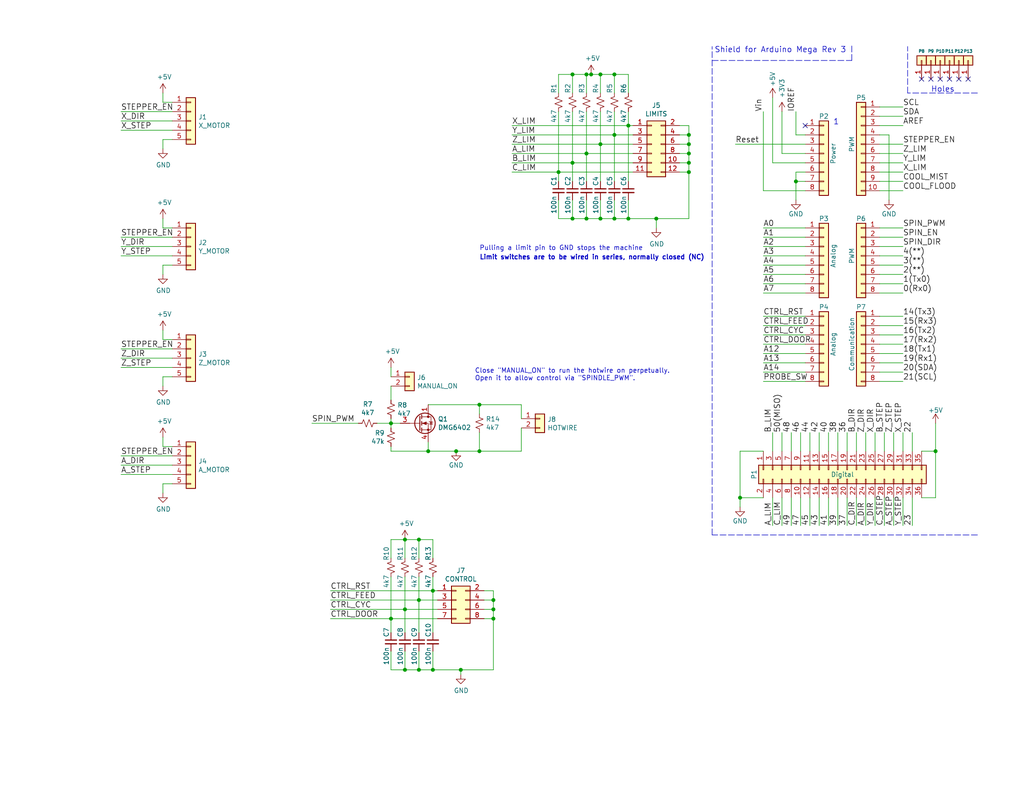
<source format=kicad_sch>
(kicad_sch (version 20211123) (generator eeschema)
  (paper "USLetter")
  (title_block (title "Hot Wire CNC Break Out") (date "2021-01-01") (rev "1") (company "HPVDT") (comment 1 "https://github.com/dguerizec/grbl-Mega-4axis") (comment 2 "Pin out is default for the following project") (comment 4 "Arduino Mega based CNC controller"))
  (lib_symbols
    (symbol "Connector_Generic:Conn_01x01" (pin_names (offset 1.016) hide)
      (property "Reference" "J" (at 0 2.54 0))
      (property "Value" "Conn_01x01" (at 0 -2.54 0))
      (symbol "Conn_01x01_1_1"
        (pin passive line (at -5.08 0 0) (length 3.81) (name "Pin_1") (number "1"))
      )
    )
    (symbol "Connector_Generic:Conn_01x02" (pin_names (offset 1.016) hide)
      (property "Reference" "J" (at 0 2.54 0))
      (property "Value" "Conn_01x02" (at 0 -5.08 0))
      (symbol "Conn_01x02_1_1"
        (pin passive line (at -5.08 0 0) (length 3.81) (name "Pin_1") (number "1"))
        (pin passive line (at -5.08 -2.54 0) (length 3.81) (name "Pin_2") (number "2"))
      )
    )
    (symbol "Connector_Generic:Conn_01x05" (pin_names (offset 1.016) hide)
      (property "Reference" "J" (at 0 7.62 0))
      (property "Value" "Conn_01x05" (at 0 -7.62 0))
      (symbol "Conn_01x05_1_1"
        (pin passive line (at -5.08 5.08 0) (length 3.81) (name "Pin_1") (number "1"))
        (pin passive line (at -5.08 2.54 0) (length 3.81) (name "Pin_2") (number "2"))
        (pin passive line (at -5.08 0 0) (length 3.81) (name "Pin_3") (number "3"))
        (pin passive line (at -5.08 -2.54 0) (length 3.81) (name "Pin_4") (number "4"))
        (pin passive line (at -5.08 -5.08 0) (length 3.81) (name "Pin_5") (number "5"))
      )
    )
    (symbol "Connector_Generic:Conn_01x08" (pin_names (offset 1.016) hide)
      (property "Reference" "J" (at 0 10.16 0))
      (property "Value" "Conn_01x08" (at 0 -12.7 0))
      (symbol "Conn_01x08_1_1"
        (pin passive line (at -5.08 7.62 0) (length 3.81) (name "Pin_1") (number "1"))
        (pin passive line (at -5.08 5.08 0) (length 3.81) (name "Pin_2") (number "2"))
        (pin passive line (at -5.08 2.54 0) (length 3.81) (name "Pin_3") (number "3"))
        (pin passive line (at -5.08 0 0) (length 3.81) (name "Pin_4") (number "4"))
        (pin passive line (at -5.08 -2.54 0) (length 3.81) (name "Pin_5") (number "5"))
        (pin passive line (at -5.08 -5.08 0) (length 3.81) (name "Pin_6") (number "6"))
        (pin passive line (at -5.08 -7.62 0) (length 3.81) (name "Pin_7") (number "7"))
        (pin passive line (at -5.08 -10.16 0) (length 3.81) (name "Pin_8") (number "8"))
      )
    )
    (symbol "Connector_Generic:Conn_01x10" (pin_names (offset 1.016) hide)
      (property "Reference" "J" (at 0 12.7 0))
      (property "Value" "Conn_01x10" (at 0 -15.24 0))
      (symbol "Conn_01x10_1_1"
        (pin passive line (at -5.08 10.16 0) (length 3.81) (name "Pin_1") (number "1"))
        (pin passive line (at -5.08 -12.7 0) (length 3.81) (name "Pin_10") (number "10"))
        (pin passive line (at -5.08 7.62 0) (length 3.81) (name "Pin_2") (number "2"))
        (pin passive line (at -5.08 5.08 0) (length 3.81) (name "Pin_3") (number "3"))
        (pin passive line (at -5.08 2.54 0) (length 3.81) (name "Pin_4") (number "4"))
        (pin passive line (at -5.08 0 0) (length 3.81) (name "Pin_5") (number "5"))
        (pin passive line (at -5.08 -2.54 0) (length 3.81) (name "Pin_6") (number "6"))
        (pin passive line (at -5.08 -5.08 0) (length 3.81) (name "Pin_7") (number "7"))
        (pin passive line (at -5.08 -7.62 0) (length 3.81) (name "Pin_8") (number "8"))
        (pin passive line (at -5.08 -10.16 0) (length 3.81) (name "Pin_9") (number "9"))
      )
    )
    (symbol "Connector_Generic:Conn_02x04_Odd_Even" (pin_names (offset 1.016) hide)
      (property "Reference" "J" (at 1.27 5.08 0))
      (property "Value" "Conn_02x04_Odd_Even" (at 1.27 -7.62 0))
      (symbol "Conn_02x04_Odd_Even_1_1"
        (pin passive line (at -5.08 2.54 0) (length 3.81) (name "Pin_1") (number "1"))
        (pin passive line (at 7.62 2.54 180) (length 3.81) (name "Pin_2") (number "2"))
        (pin passive line (at -5.08 0 0) (length 3.81) (name "Pin_3") (number "3"))
        (pin passive line (at 7.62 0 180) (length 3.81) (name "Pin_4") (number "4"))
        (pin passive line (at -5.08 -2.54 0) (length 3.81) (name "Pin_5") (number "5"))
        (pin passive line (at 7.62 -2.54 180) (length 3.81) (name "Pin_6") (number "6"))
        (pin passive line (at -5.08 -5.08 0) (length 3.81) (name "Pin_7") (number "7"))
        (pin passive line (at 7.62 -5.08 180) (length 3.81) (name "Pin_8") (number "8"))
      )
    )
    (symbol "Connector_Generic:Conn_02x06_Odd_Even" (pin_names (offset 1.016) hide)
      (property "Reference" "J" (at 1.27 7.62 0))
      (property "Value" "Conn_02x06_Odd_Even" (at 1.27 -10.16 0))
      (symbol "Conn_02x06_Odd_Even_1_1"
        (pin passive line (at -5.08 5.08 0) (length 3.81) (name "Pin_1") (number "1"))
        (pin passive line (at 7.62 -5.08 180) (length 3.81) (name "Pin_10") (number "10"))
        (pin passive line (at -5.08 -7.62 0) (length 3.81) (name "Pin_11") (number "11"))
        (pin passive line (at 7.62 -7.62 180) (length 3.81) (name "Pin_12") (number "12"))
        (pin passive line (at 7.62 5.08 180) (length 3.81) (name "Pin_2") (number "2"))
        (pin passive line (at -5.08 2.54 0) (length 3.81) (name "Pin_3") (number "3"))
        (pin passive line (at 7.62 2.54 180) (length 3.81) (name "Pin_4") (number "4"))
        (pin passive line (at -5.08 0 0) (length 3.81) (name "Pin_5") (number "5"))
        (pin passive line (at 7.62 0 180) (length 3.81) (name "Pin_6") (number "6"))
        (pin passive line (at -5.08 -2.54 0) (length 3.81) (name "Pin_7") (number "7"))
        (pin passive line (at 7.62 -2.54 180) (length 3.81) (name "Pin_8") (number "8"))
        (pin passive line (at -5.08 -5.08 0) (length 3.81) (name "Pin_9") (number "9"))
      )
    )
    (symbol "Connector_Generic:Conn_02x18_Odd_Even" (pin_names (offset 1.016) hide)
      (property "Reference" "J" (at 1.27 22.86 0))
      (property "Value" "Conn_02x18_Odd_Even" (at 1.27 -25.4 0))
      (symbol "Conn_02x18_Odd_Even_1_1"
        (pin passive line (at -5.08 20.32 0) (length 3.81) (name "Pin_1") (number "1"))
        (pin passive line (at 7.62 10.16 180) (length 3.81) (name "Pin_10") (number "10"))
        (pin passive line (at -5.08 7.62 0) (length 3.81) (name "Pin_11") (number "11"))
        (pin passive line (at 7.62 7.62 180) (length 3.81) (name "Pin_12") (number "12"))
        (pin passive line (at -5.08 5.08 0) (length 3.81) (name "Pin_13") (number "13"))
        (pin passive line (at 7.62 5.08 180) (length 3.81) (name "Pin_14") (number "14"))
        (pin passive line (at -5.08 2.54 0) (length 3.81) (name "Pin_15") (number "15"))
        (pin passive line (at 7.62 2.54 180) (length 3.81) (name "Pin_16") (number "16"))
        (pin passive line (at -5.08 0 0) (length 3.81) (name "Pin_17") (number "17"))
        (pin passive line (at 7.62 0 180) (length 3.81) (name "Pin_18") (number "18"))
        (pin passive line (at -5.08 -2.54 0) (length 3.81) (name "Pin_19") (number "19"))
        (pin passive line (at 7.62 20.32 180) (length 3.81) (name "Pin_2") (number "2"))
        (pin passive line (at 7.62 -2.54 180) (length 3.81) (name "Pin_20") (number "20"))
        (pin passive line (at -5.08 -5.08 0) (length 3.81) (name "Pin_21") (number "21"))
        (pin passive line (at 7.62 -5.08 180) (length 3.81) (name "Pin_22") (number "22"))
        (pin passive line (at -5.08 -7.62 0) (length 3.81) (name "Pin_23") (number "23"))
        (pin passive line (at 7.62 -7.62 180) (length 3.81) (name "Pin_24") (number "24"))
        (pin passive line (at -5.08 -10.16 0) (length 3.81) (name "Pin_25") (number "25"))
        (pin passive line (at 7.62 -10.16 180) (length 3.81) (name "Pin_26") (number "26"))
        (pin passive line (at -5.08 -12.7 0) (length 3.81) (name "Pin_27") (number "27"))
        (pin passive line (at 7.62 -12.7 180) (length 3.81) (name "Pin_28") (number "28"))
        (pin passive line (at -5.08 -15.24 0) (length 3.81) (name "Pin_29") (number "29"))
        (pin passive line (at -5.08 17.78 0) (length 3.81) (name "Pin_3") (number "3"))
        (pin passive line (at 7.62 -15.24 180) (length 3.81) (name "Pin_30") (number "30"))
        (pin passive line (at -5.08 -17.78 0) (length 3.81) (name "Pin_31") (number "31"))
        (pin passive line (at 7.62 -17.78 180) (length 3.81) (name "Pin_32") (number "32"))
        (pin passive line (at -5.08 -20.32 0) (length 3.81) (name "Pin_33") (number "33"))
        (pin passive line (at 7.62 -20.32 180) (length 3.81) (name "Pin_34") (number "34"))
        (pin passive line (at -5.08 -22.86 0) (length 3.81) (name "Pin_35") (number "35"))
        (pin passive line (at 7.62 -22.86 180) (length 3.81) (name "Pin_36") (number "36"))
        (pin passive line (at 7.62 17.78 180) (length 3.81) (name "Pin_4") (number "4"))
        (pin passive line (at -5.08 15.24 0) (length 3.81) (name "Pin_5") (number "5"))
        (pin passive line (at 7.62 15.24 180) (length 3.81) (name "Pin_6") (number "6"))
        (pin passive line (at -5.08 12.7 0) (length 3.81) (name "Pin_7") (number "7"))
        (pin passive line (at 7.62 12.7 180) (length 3.81) (name "Pin_8") (number "8"))
        (pin passive line (at -5.08 10.16 0) (length 3.81) (name "Pin_9") (number "9"))
      )
    )
    (symbol "Device:C_Small" (pin_numbers hide) (pin_names (offset 0.254) hide)
      (property "Reference" "C" (at 0.254 1.778 0))
      (property "Value" "C_Small" (at 0.254 -2.032 0))
      (symbol "C_Small_1_1"
        (pin passive line (at 0 2.54 270) (length 2.032) (name "~") (number "1"))
        (pin passive line (at 0 -2.54 90) (length 2.032) (name "~") (number "2"))
      )
    )
    (symbol "Device:R_Small_US" (pin_numbers hide) (pin_names (offset 0.254) hide)
      (property "Reference" "R" (at 0.762 0.508 0))
      (property "Value" "R_Small_US" (at 0.762 -1.016 0))
      (symbol "R_Small_US_1_1"
        (pin passive line (at 0 2.54 270) (length 1.016) (name "~") (number "1"))
        (pin passive line (at 0 -2.54 90) (length 1.016) (name "~") (number "2"))
      )
    )
    (symbol "hotwire:DMG6402" (pin_names (offset 0) hide)
      (property "Reference" "Q" (at 5.08 1.27 0))
      (property "Value" "DMG6402" (at 5.08 -1.27 0))
      (symbol "DMG6402_1_1"
        (pin passive line (at 2.54 5.08 270) (length 2.54) (name "D") (number "1"))
        (pin passive line (at 2.54 5.08 270) (length 2.54) hide (name "D") (number "2"))
        (pin input line (at -5.08 0 0) (length 2.54) (name "G") (number "3"))
        (pin passive line (at 2.54 -5.08 90) (length 2.54) (name "S") (number "4"))
        (pin passive line (at 2.54 5.08 270) (length 2.54) hide (name "D") (number "5"))
        (pin passive line (at 2.54 5.08 270) (length 2.54) hide (name "D") (number "6"))
      )
    )
    (symbol "power:+3V3" (power) (pin_names (offset 0))
      (property "Value" "+3V3" (at 0 3.556 0))
      (symbol "+3V3_1_1"
        (pin power_in line (at 0 0 90) (length 0) hide (name "+3V3") (number "1"))
      )
    )
    (symbol "power:+5V" (power) (pin_names (offset 0))
      (property "Value" "+5V" (at 0 3.556 0))
      (symbol "+5V_1_1"
        (pin power_in line (at 0 0 90) (length 0) hide (name "+5V") (number "1"))
      )
    )
    (symbol "power:GND" (power) (pin_names (offset 0))
      (property "Value" "GND" (at 0 -3.81 0))
      (symbol "GND_1_1"
        (pin power_in line (at 0 0 270) (length 0) hide (name "GND") (number "1"))
      )
    )
  )
  (junction (at 163.83 20.32))
  (junction (at 255.27 123.19))
  (junction (at 167.64 36.83))
  (junction (at 163.83 39.37))
  (junction (at 134.62 168.91))
  (junction (at 110.49 182.88))
  (junction (at 160.02 41.91))
  (junction (at 130.81 110.49))
  (junction (at 171.45 59.69))
  (junction (at 187.96 39.37))
  (junction (at 124.46 123.19))
  (junction (at 161.29 20.32))
  (junction (at 187.96 41.91))
  (junction (at 114.3 163.83))
  (junction (at 125.73 182.88))
  (junction (at 114.3 182.88))
  (junction (at 152.4 46.99))
  (junction (at 110.49 147.32))
  (junction (at 187.96 36.83))
  (junction (at 110.49 166.37))
  (junction (at 134.62 163.83))
  (junction (at 114.3 147.32))
  (junction (at 217.17 49.53))
  (junction (at 179.07 59.69))
  (junction (at 187.96 46.99))
  (junction (at 134.62 166.37))
  (junction (at 118.11 182.88))
  (junction (at 160.02 59.69))
  (junction (at 167.64 59.69))
  (junction (at 160.02 20.32))
  (junction (at 201.93 135.89))
  (junction (at 130.81 123.19))
  (junction (at 106.68 115.57))
  (junction (at 187.96 44.45))
  (junction (at 156.21 59.69))
  (junction (at 171.45 34.29))
  (junction (at 116.84 123.19))
  (junction (at 156.21 20.32))
  (junction (at 167.64 20.32))
  (junction (at 106.68 168.91))
  (junction (at 118.11 161.29))
  (junction (at 163.83 59.69))
  (junction (at 156.21 44.45))
  (no_connect (at 264.16 21.59))
  (no_connect (at 256.54 21.59))
  (no_connect (at 254 21.59))
  (no_connect (at 219.71 34.29))
  (no_connect (at 251.46 21.59))
  (no_connect (at 261.62 21.59))
  (no_connect (at 259.08 21.59))
  (wire (pts (xy 208.28 104.14) (xy 219.71 104.14)))
  (wire (pts (xy 187.96 36.83) (xy 185.42 36.83)))
  (wire (pts (xy 134.62 163.83) (xy 134.62 166.37)))
  (wire (pts (xy 213.36 41.91) (xy 219.71 41.91)))
  (wire (pts (xy 33.02 64.77) (xy 46.99 64.77)))
  (polyline (pts (xy 232.41 16.51) (xy 232.41 12.065)))
  (wire (pts (xy 106.68 116.84) (xy 106.68 115.57)))
  (wire (pts (xy 238.76 123.19) (xy 238.76 118.11)))
  (wire (pts (xy 246.38 67.31) (xy 240.03 67.31)))
  (wire (pts (xy 167.64 49.53) (xy 167.64 36.83)))
  (wire (pts (xy 223.52 135.89) (xy 223.52 143.51)))
  (wire (pts (xy 134.62 168.91) (xy 134.62 182.88)))
  (wire (pts (xy 106.68 100.33) (xy 106.68 102.87)))
  (wire (pts (xy 213.36 123.19) (xy 213.36 118.11)))
  (wire (pts (xy 139.7 34.29) (xy 171.45 34.29)))
  (wire (pts (xy 255.27 123.19) (xy 251.46 123.19)))
  (wire (pts (xy 236.22 135.89) (xy 236.22 143.51)))
  (wire (pts (xy 44.45 92.71) (xy 46.99 92.71)))
  (wire (pts (xy 134.62 166.37) (xy 134.62 168.91)))
  (wire (pts (xy 114.3 163.83) (xy 119.38 163.83)))
  (wire (pts (xy 110.49 166.37) (xy 119.38 166.37)))
  (wire (pts (xy 185.42 39.37) (xy 187.96 39.37)))
  (wire (pts (xy 219.71 36.83) (xy 217.17 36.83)))
  (wire (pts (xy 163.83 54.61) (xy 163.83 59.69)))
  (wire (pts (xy 215.9 123.19) (xy 215.9 118.11)))
  (wire (pts (xy 44.45 132.08) (xy 44.45 134.62)))
  (wire (pts (xy 238.76 135.89) (xy 238.76 143.51)))
  (wire (pts (xy 33.02 67.31) (xy 46.99 67.31)))
  (wire (pts (xy 255.27 115.57) (xy 255.27 123.19)))
  (wire (pts (xy 213.36 135.89) (xy 213.36 143.51)))
  (wire (pts (xy 156.21 20.32) (xy 160.02 20.32)))
  (wire (pts (xy 187.96 41.91) (xy 187.96 44.45)))
  (wire (pts (xy 171.45 59.69) (xy 171.45 54.61)))
  (wire (pts (xy 219.71 62.23) (xy 208.28 62.23)))
  (wire (pts (xy 118.11 157.48) (xy 118.11 161.29)))
  (wire (pts (xy 246.38 31.75) (xy 240.03 31.75)))
  (wire (pts (xy 46.99 38.1) (xy 44.45 38.1)))
  (wire (pts (xy 106.68 177.8) (xy 106.68 182.88)))
  (wire (pts (xy 246.38 49.53) (xy 240.03 49.53)))
  (wire (pts (xy 90.17 168.91) (xy 106.68 168.91)))
  (wire (pts (xy 142.24 116.84) (xy 142.24 123.19)))
  (wire (pts (xy 246.38 123.19) (xy 246.38 118.11)))
  (wire (pts (xy 200.66 39.37) (xy 219.71 39.37)))
  (wire (pts (xy 240.03 69.85) (xy 246.38 69.85)))
  (wire (pts (xy 163.83 59.69) (xy 167.64 59.69)))
  (wire (pts (xy 167.64 20.32) (xy 171.45 20.32)))
  (wire (pts (xy 240.03 46.99) (xy 246.38 46.99)))
  (wire (pts (xy 44.45 25.4) (xy 44.45 27.94)))
  (wire (pts (xy 240.03 88.9) (xy 246.38 88.9)))
  (wire (pts (xy 217.17 36.83) (xy 217.17 30.48)))
  (wire (pts (xy 233.68 135.89) (xy 233.68 143.51)))
  (wire (pts (xy 106.68 182.88) (xy 110.49 182.88)))
  (wire (pts (xy 118.11 147.32) (xy 118.11 152.4)))
  (wire (pts (xy 44.45 102.87) (xy 44.45 105.41)))
  (wire (pts (xy 110.49 147.32) (xy 114.3 147.32)))
  (wire (pts (xy 161.29 20.32) (xy 163.83 20.32)))
  (wire (pts (xy 208.28 99.06) (xy 219.71 99.06)))
  (wire (pts (xy 90.17 166.37) (xy 110.49 166.37)))
  (wire (pts (xy 187.96 36.83) (xy 187.96 39.37)))
  (wire (pts (xy 44.45 62.23) (xy 46.99 62.23)))
  (wire (pts (xy 160.02 59.69) (xy 163.83 59.69)))
  (wire (pts (xy 125.73 182.88) (xy 134.62 182.88)))
  (wire (pts (xy 106.68 157.48) (xy 106.68 168.91)))
  (wire (pts (xy 246.38 41.91) (xy 240.03 41.91)))
  (wire (pts (xy 255.27 135.89) (xy 251.46 135.89)))
  (wire (pts (xy 171.45 30.48) (xy 171.45 34.29)))
  (wire (pts (xy 171.45 49.53) (xy 171.45 34.29)))
  (wire (pts (xy 160.02 41.91) (xy 172.72 41.91)))
  (polyline (pts (xy 247.65 25.4) (xy 247.65 12.7)))
  (wire (pts (xy 218.44 135.89) (xy 218.44 143.51)))
  (wire (pts (xy 124.46 123.19) (xy 116.84 123.19)))
  (wire (pts (xy 255.27 123.19) (xy 255.27 135.89)))
  (wire (pts (xy 130.81 118.11) (xy 130.81 123.19)))
  (wire (pts (xy 179.07 59.69) (xy 179.07 62.23)))
  (wire (pts (xy 240.03 64.77) (xy 246.38 64.77)))
  (wire (pts (xy 171.45 59.69) (xy 179.07 59.69)))
  (wire (pts (xy 246.38 72.39) (xy 240.03 72.39)))
  (wire (pts (xy 240.03 52.07) (xy 246.38 52.07)))
  (wire (pts (xy 33.02 129.54) (xy 46.99 129.54)))
  (wire (pts (xy 167.64 59.69) (xy 171.45 59.69)))
  (wire (pts (xy 208.28 64.77) (xy 219.71 64.77)))
  (wire (pts (xy 210.82 44.45) (xy 219.71 44.45)))
  (wire (pts (xy 106.68 123.19) (xy 116.84 123.19)))
  (wire (pts (xy 242.57 54.61) (xy 242.57 36.83)))
  (wire (pts (xy 219.71 72.39) (xy 208.28 72.39)))
  (wire (pts (xy 114.3 172.72) (xy 114.3 163.83)))
  (wire (pts (xy 219.71 77.47) (xy 208.28 77.47)))
  (wire (pts (xy 160.02 20.32) (xy 160.02 25.4)))
  (wire (pts (xy 156.21 59.69) (xy 160.02 59.69)))
  (wire (pts (xy 125.73 182.88) (xy 125.73 184.15)))
  (wire (pts (xy 217.17 49.53) (xy 217.17 54.61)))
  (wire (pts (xy 218.44 123.19) (xy 218.44 118.11)))
  (wire (pts (xy 118.11 182.88) (xy 118.11 177.8)))
  (wire (pts (xy 240.03 99.06) (xy 246.38 99.06)))
  (wire (pts (xy 33.02 30.48) (xy 46.99 30.48)))
  (wire (pts (xy 46.99 132.08) (xy 44.45 132.08)))
  (wire (pts (xy 118.11 161.29) (xy 119.38 161.29)))
  (wire (pts (xy 44.45 90.17) (xy 44.45 92.71)))
  (wire (pts (xy 240.03 39.37) (xy 246.38 39.37)))
  (wire (pts (xy 44.45 72.39) (xy 44.45 74.93)))
  (wire (pts (xy 246.38 62.23) (xy 240.03 62.23)))
  (wire (pts (xy 220.98 135.89) (xy 220.98 143.51)))
  (wire (pts (xy 248.92 123.19) (xy 248.92 118.11)))
  (wire (pts (xy 106.68 147.32) (xy 106.68 152.4)))
  (wire (pts (xy 228.6 123.19) (xy 228.6 118.11)))
  (wire (pts (xy 187.96 46.99) (xy 185.42 46.99)))
  (wire (pts (xy 240.03 34.29) (xy 246.38 34.29)))
  (wire (pts (xy 85.09 115.57) (xy 97.79 115.57)))
  (wire (pts (xy 185.42 44.45) (xy 187.96 44.45)))
  (wire (pts (xy 171.45 20.32) (xy 171.45 25.4)))
  (wire (pts (xy 210.82 135.89) (xy 210.82 143.51)))
  (wire (pts (xy 110.49 182.88) (xy 114.3 182.88)))
  (wire (pts (xy 240.03 93.98) (xy 246.38 93.98)))
  (wire (pts (xy 106.68 121.92) (xy 106.68 123.19)))
  (wire (pts (xy 160.02 30.48) (xy 160.02 41.91)))
  (wire (pts (xy 134.62 163.83) (xy 132.08 163.83)))
  (wire (pts (xy 217.17 46.99) (xy 217.17 49.53)))
  (wire (pts (xy 167.64 25.4) (xy 167.64 20.32)))
  (polyline (pts (xy 266.7 146.05) (xy 194.31 146.05)))
  (wire (pts (xy 114.3 157.48) (xy 114.3 163.83)))
  (wire (pts (xy 142.24 123.19) (xy 130.81 123.19)))
  (wire (pts (xy 152.4 54.61) (xy 152.4 59.69)))
  (wire (pts (xy 33.02 127) (xy 46.99 127)))
  (wire (pts (xy 246.38 96.52) (xy 240.03 96.52)))
  (wire (pts (xy 210.82 26.67) (xy 210.82 44.45)))
  (wire (pts (xy 167.64 54.61) (xy 167.64 59.69)))
  (wire (pts (xy 243.84 135.89) (xy 243.84 143.51)))
  (wire (pts (xy 44.45 38.1) (xy 44.45 40.64)))
  (wire (pts (xy 130.81 123.19) (xy 124.46 123.19)))
  (wire (pts (xy 90.17 161.29) (xy 118.11 161.29)))
  (wire (pts (xy 160.02 54.61) (xy 160.02 59.69)))
  (wire (pts (xy 219.71 96.52) (xy 208.28 96.52)))
  (wire (pts (xy 152.4 20.32) (xy 156.21 20.32)))
  (wire (pts (xy 102.87 115.57) (xy 106.68 115.57)))
  (wire (pts (xy 106.68 168.91) (xy 119.38 168.91)))
  (wire (pts (xy 219.71 52.07) (xy 208.28 52.07)))
  (wire (pts (xy 114.3 147.32) (xy 118.11 147.32)))
  (wire (pts (xy 110.49 172.72) (xy 110.49 166.37)))
  (wire (pts (xy 246.38 77.47) (xy 240.03 77.47)))
  (wire (pts (xy 110.49 177.8) (xy 110.49 182.88)))
  (wire (pts (xy 213.36 30.48) (xy 213.36 41.91)))
  (wire (pts (xy 231.14 135.89) (xy 231.14 143.51)))
  (wire (pts (xy 90.17 163.83) (xy 114.3 163.83)))
  (wire (pts (xy 33.02 35.56) (xy 46.99 35.56)))
  (wire (pts (xy 179.07 59.69) (xy 187.96 59.69)))
  (wire (pts (xy 187.96 41.91) (xy 185.42 41.91)))
  (wire (pts (xy 130.81 113.03) (xy 130.81 110.49)))
  (wire (pts (xy 187.96 44.45) (xy 187.96 46.99)))
  (wire (pts (xy 219.71 101.6) (xy 208.28 101.6)))
  (wire (pts (xy 208.28 74.93) (xy 219.71 74.93)))
  (wire (pts (xy 46.99 72.39) (xy 44.45 72.39)))
  (wire (pts (xy 152.4 30.48) (xy 152.4 46.99)))
  (polyline (pts (xy 194.31 16.51) (xy 232.41 16.51)))
  (wire (pts (xy 44.45 119.38) (xy 44.45 121.92)))
  (wire (pts (xy 106.68 115.57) (xy 106.68 114.3)))
  (wire (pts (xy 233.68 123.19) (xy 233.68 118.11)))
  (wire (pts (xy 110.49 152.4) (xy 110.49 147.32)))
  (wire (pts (xy 152.4 46.99) (xy 172.72 46.99)))
  (wire (pts (xy 152.4 59.69) (xy 156.21 59.69)))
  (wire (pts (xy 210.82 123.19) (xy 210.82 118.11)))
  (wire (pts (xy 185.42 34.29) (xy 187.96 34.29)))
  (wire (pts (xy 240.03 74.93) (xy 246.38 74.93)))
  (wire (pts (xy 156.21 54.61) (xy 156.21 59.69)))
  (wire (pts (xy 44.45 121.92) (xy 46.99 121.92)))
  (wire (pts (xy 33.02 100.33) (xy 46.99 100.33)))
  (polyline (pts (xy 194.31 146.05) (xy 194.31 12.7)))
  (wire (pts (xy 116.84 110.49) (xy 130.81 110.49)))
  (wire (pts (xy 243.84 123.19) (xy 243.84 118.11)))
  (wire (pts (xy 219.71 67.31) (xy 208.28 67.31)))
  (wire (pts (xy 240.03 29.21) (xy 246.38 29.21)))
  (wire (pts (xy 220.98 123.19) (xy 220.98 118.11)))
  (wire (pts (xy 114.3 182.88) (xy 118.11 182.88)))
  (wire (pts (xy 134.62 161.29) (xy 134.62 163.83)))
  (wire (pts (xy 208.28 52.07) (xy 208.28 30.48)))
  (wire (pts (xy 241.3 123.19) (xy 241.3 118.11)))
  (wire (pts (xy 139.7 46.99) (xy 152.4 46.99)))
  (wire (pts (xy 106.68 115.57) (xy 109.22 115.57)))
  (wire (pts (xy 160.02 49.53) (xy 160.02 41.91)))
  (wire (pts (xy 33.02 69.85) (xy 46.99 69.85)))
  (wire (pts (xy 163.83 39.37) (xy 172.72 39.37)))
  (wire (pts (xy 106.68 105.41) (xy 106.68 109.22)))
  (wire (pts (xy 240.03 80.01) (xy 246.38 80.01)))
  (wire (pts (xy 208.28 123.19) (xy 201.93 123.19)))
  (wire (pts (xy 163.83 30.48) (xy 163.83 39.37)))
  (wire (pts (xy 201.93 123.19) (xy 201.93 135.89)))
  (wire (pts (xy 231.14 123.19) (xy 231.14 118.11)))
  (wire (pts (xy 240.03 104.14) (xy 246.38 104.14)))
  (wire (pts (xy 106.68 172.72) (xy 106.68 168.91)))
  (wire (pts (xy 110.49 157.48) (xy 110.49 166.37)))
  (wire (pts (xy 33.02 33.02) (xy 46.99 33.02)))
  (wire (pts (xy 118.11 182.88) (xy 125.73 182.88)))
  (wire (pts (xy 208.28 135.89) (xy 201.93 135.89)))
  (wire (pts (xy 139.7 36.83) (xy 167.64 36.83)))
  (wire (pts (xy 240.03 44.45) (xy 246.38 44.45)))
  (wire (pts (xy 219.71 91.44) (xy 208.28 91.44)))
  (wire (pts (xy 219.71 46.99) (xy 217.17 46.99)))
  (wire (pts (xy 208.28 93.98) (xy 219.71 93.98)))
  (wire (pts (xy 156.21 44.45) (xy 172.72 44.45)))
  (wire (pts (xy 33.02 124.46) (xy 46.99 124.46)))
  (wire (pts (xy 160.02 20.32) (xy 161.29 20.32)))
  (wire (pts (xy 163.83 49.53) (xy 163.83 39.37)))
  (wire (pts (xy 134.62 168.91) (xy 132.08 168.91)))
  (wire (pts (xy 187.96 59.69) (xy 187.96 46.99)))
  (wire (pts (xy 163.83 20.32) (xy 167.64 20.32)))
  (wire (pts (xy 201.93 135.89) (xy 201.93 138.43)))
  (polyline (pts (xy 266.7 25.4) (xy 247.65 25.4)))
  (wire (pts (xy 163.83 25.4) (xy 163.83 20.32)))
  (wire (pts (xy 242.57 36.83) (xy 240.03 36.83)))
  (wire (pts (xy 118.11 172.72) (xy 118.11 161.29)))
  (wire (pts (xy 167.64 30.48) (xy 167.64 36.83)))
  (wire (pts (xy 156.21 49.53) (xy 156.21 44.45)))
  (wire (pts (xy 44.45 59.69) (xy 44.45 62.23)))
  (wire (pts (xy 246.38 86.36) (xy 240.03 86.36)))
  (wire (pts (xy 152.4 49.53) (xy 152.4 46.99)))
  (wire (pts (xy 208.28 80.01) (xy 219.71 80.01)))
  (wire (pts (xy 139.7 44.45) (xy 156.21 44.45)))
  (wire (pts (xy 167.64 36.83) (xy 172.72 36.83)))
  (wire (pts (xy 152.4 20.32) (xy 152.4 25.4)))
  (wire (pts (xy 130.81 110.49) (xy 142.24 110.49)))
  (wire (pts (xy 142.24 110.49) (xy 142.24 114.3)))
  (wire (pts (xy 33.02 97.79) (xy 46.99 97.79)))
  (wire (pts (xy 132.08 166.37) (xy 134.62 166.37)))
  (wire (pts (xy 236.22 123.19) (xy 236.22 118.11)))
  (wire (pts (xy 106.68 147.32) (xy 110.49 147.32)))
  (wire (pts (xy 156.21 44.45) (xy 156.21 30.48)))
  (wire (pts (xy 208.28 69.85) (xy 219.71 69.85)))
  (wire (pts (xy 226.06 123.19) (xy 226.06 118.11)))
  (wire (pts (xy 248.92 135.89) (xy 248.92 143.51)))
  (wire (pts (xy 171.45 34.29) (xy 172.72 34.29)))
  (wire (pts (xy 246.38 135.89) (xy 246.38 143.51)))
  (wire (pts (xy 215.9 135.89) (xy 215.9 143.51)))
  (wire (pts (xy 246.38 101.6) (xy 240.03 101.6)))
  (wire (pts (xy 241.3 135.89) (xy 241.3 143.51)))
  (wire (pts (xy 139.7 39.37) (xy 163.83 39.37)))
  (wire (pts (xy 246.38 91.44) (xy 240.03 91.44)))
  (wire (pts (xy 187.96 34.29) (xy 187.96 36.83)))
  (wire (pts (xy 219.71 49.53) (xy 217.17 49.53)))
  (wire (pts (xy 219.71 86.36) (xy 208.28 86.36)))
  (wire (pts (xy 228.6 135.89) (xy 228.6 143.51)))
  (wire (pts (xy 33.02 95.25) (xy 46.99 95.25)))
  (wire (pts (xy 116.84 123.19) (xy 116.84 120.65)))
  (wire (pts (xy 46.99 102.87) (xy 44.45 102.87)))
  (wire (pts (xy 208.28 88.9) (xy 219.71 88.9)))
  (wire (pts (xy 114.3 152.4) (xy 114.3 147.32)))
  (wire (pts (xy 226.06 135.89) (xy 226.06 143.51)))
  (wire (pts (xy 139.7 41.91) (xy 160.02 41.91)))
  (wire (pts (xy 44.45 27.94) (xy 46.99 27.94)))
  (wire (pts (xy 223.52 123.19) (xy 223.52 118.11)))
  (wire (pts (xy 114.3 177.8) (xy 114.3 182.88)))
  (wire (pts (xy 156.21 25.4) (xy 156.21 20.32)))
  (wire (pts (xy 187.96 39.37) (xy 187.96 41.91)))
  (wire (pts (xy 132.08 161.29) (xy 134.62 161.29)))
  (text "Pulling a limit pin to GND stops the machine" (at 130.81 68.58 0) (effects (font (size 1.27 1.27)) (justify left bottom)))
  (text "Limit switches are to be wired in series, normally closed (NC)" (at 130.81 71.12 0) (effects (font (size 1.27 1.27) (thickness 0.254) bold) (justify left bottom)))
  (text "1" (at 227.33 34.29 0) (effects (font (size 1.524 1.524)) (justify left bottom)))
  (text "Holes" (at 254 25.4 0) (effects (font (size 1.524 1.524)) (justify left bottom)))
  (text "Shield for Arduino Mega Rev 3" (at 194.945 14.605 0) (effects (font (size 1.524 1.524)) (justify left bottom)))
  (text "Close \"MANUAL_ON\" to run the hotwire on perpetually.\nOpen it to allow control via \"SPINDLE_PWM\"." (at 129.54 104.14 0) (effects (font (size 1.27 1.27)) (justify left bottom)))
  (label "14(Tx3)" (at 246.38 86.36 0) (effects (font (size 1.524 1.524))))
  (label "42" (at 223.52 118.11 90) (effects (font (size 1.524 1.524))))
  (label "C_LIM" (at 213.36 143.51 90) (effects (font (size 1.524 1.524))))
  (label "COOL_FLOOD" (at 246.38 52.07 0) (effects (font (size 1.524 1.524))))
  (label "46" (at 218.44 118.11 90) (effects (font (size 1.524 1.524))))
  (label "A2" (at 208.28 67.31 0) (effects (font (size 1.524 1.524))))
  (label "B_LIM" (at 210.82 118.11 90) (effects (font (size 1.524 1.524))))
  (label "1(Tx0)" (at 246.38 77.47 0) (effects (font (size 1.524 1.524))))
  (label "17(Rx2)" (at 246.38 93.98 0) (effects (font (size 1.524 1.524))))
  (label "A0" (at 208.28 62.23 0) (effects (font (size 1.524 1.524))))
  (label "PROBE_SW" (at 208.28 104.14 0) (effects (font (size 1.524 1.524))))
  (label "44" (at 220.98 118.11 90) (effects (font (size 1.524 1.524))))
  (label "CTRL_RST" (at 90.17 161.29 0) (effects (font (size 1.524 1.524))))
  (label "A14" (at 208.28 101.6 0) (effects (font (size 1.524 1.524))))
  (label "STEPPER_EN" (at 33.02 95.25 0) (effects (font (size 1.524 1.524))))
  (label "A_LIM" (at 139.7 41.91 0) (effects (font (size 1.524 1.524))))
  (label "48" (at 215.9 118.11 90) (effects (font (size 1.524 1.524))))
  (label "B_LIM" (at 139.7 44.45 0) (effects (font (size 1.524 1.524))))
  (label "A4" (at 208.28 72.39 0) (effects (font (size 1.524 1.524))))
  (label "B_STEP" (at 241.3 118.11 90) (effects (font (size 1.524 1.524))))
  (label "IOREF" (at 217.17 30.48 90) (effects (font (size 1.524 1.524))))
  (label "A6" (at 208.28 77.47 0) (effects (font (size 1.524 1.524))))
  (label "A_LIM" (at 210.82 143.51 90) (effects (font (size 1.524 1.524))))
  (label "15(Rx3)" (at 246.38 88.9 0) (effects (font (size 1.524 1.524))))
  (label "49" (at 215.9 143.51 90) (effects (font (size 1.524 1.524))))
  (label "STEPPER_EN" (at 33.02 124.46 0) (effects (font (size 1.524 1.524))))
  (label "Y_STEP" (at 33.02 69.85 0) (effects (font (size 1.524 1.524))))
  (label "STEPPER_EN" (at 33.02 30.48 0) (effects (font (size 1.524 1.524))))
  (label "20(SDA)" (at 246.38 101.6 0) (effects (font (size 1.524 1.524))))
  (label "CTRL_FEED" (at 90.17 163.83 0) (effects (font (size 1.524 1.524))))
  (label "38" (at 228.6 118.11 90) (effects (font (size 1.524 1.524))))
  (label "Reset" (at 200.66 39.37 0) (effects (font (size 1.524 1.524))))
  (label "4(**)" (at 246.38 69.85 0) (effects (font (size 1.524 1.524))))
  (label "C_STEP" (at 241.3 143.51 90) (effects (font (size 1.524 1.524))))
  (label "39" (at 228.6 143.51 90) (effects (font (size 1.524 1.524))))
  (label "43" (at 223.52 143.51 90) (effects (font (size 1.524 1.524))))
  (label "X_STEP" (at 33.02 35.56 0) (effects (font (size 1.524 1.524))))
  (label "X_LIM" (at 246.38 46.99 0) (effects (font (size 1.524 1.524))))
  (label "47" (at 218.44 143.51 90) (effects (font (size 1.524 1.524))))
  (label "2(**)" (at 246.38 74.93 0) (effects (font (size 1.524 1.524))))
  (label "SCL" (at 246.38 29.21 0) (effects (font (size 1.524 1.524))))
  (label "A1" (at 208.28 64.77 0) (effects (font (size 1.524 1.524))))
  (label "Z_LIM" (at 246.38 41.91 0) (effects (font (size 1.524 1.524))))
  (label "A5" (at 208.28 74.93 0) (effects (font (size 1.524 1.524))))
  (label "Y_STEP" (at 246.38 143.51 90) (effects (font (size 1.524 1.524))))
  (label "A_STEP" (at 33.02 129.54 0) (effects (font (size 1.524 1.524))))
  (label "18(Tx1)" (at 246.38 96.52 0) (effects (font (size 1.524 1.524))))
  (label "Z_LIM" (at 139.7 39.37 0) (effects (font (size 1.524 1.524))))
  (label "Y_LIM" (at 246.38 44.45 0) (effects (font (size 1.524 1.524))))
  (label "Z_STEP" (at 243.84 118.11 90) (effects (font (size 1.524 1.524))))
  (label "40" (at 226.06 118.11 90) (effects (font (size 1.524 1.524))))
  (label "A3" (at 208.28 69.85 0) (effects (font (size 1.524 1.524))))
  (label "37" (at 231.14 143.51 90) (effects (font (size 1.524 1.524))))
  (label "STEPPER_EN" (at 33.02 64.77 0) (effects (font (size 1.524 1.524))))
  (label "SPIN_PWM" (at 246.38 62.23 0) (effects (font (size 1.524 1.524))))
  (label "CTRL_DOOR" (at 90.17 168.91 0) (effects (font (size 1.524 1.524))))
  (label "Y_DIR" (at 33.02 67.31 0) (effects (font (size 1.524 1.524))))
  (label "C_DIR" (at 233.68 143.51 90) (effects (font (size 1.524 1.524))))
  (label "B_DIR" (at 233.68 118.11 90) (effects (font (size 1.524 1.524))))
  (label "50(MISO)" (at 213.36 118.11 90) (effects (font (size 1.524 1.524))))
  (label "Vin" (at 208.28 30.48 90) (effects (font (size 1.524 1.524))))
  (label "16(Tx2)" (at 246.38 91.44 0) (effects (font (size 1.524 1.524))))
  (label "Y_LIM" (at 139.7 36.83 0) (effects (font (size 1.524 1.524))))
  (label "Z_STEP" (at 33.02 100.33 0) (effects (font (size 1.524 1.524))))
  (label "A_DIR" (at 33.02 127 0) (effects (font (size 1.524 1.524))))
  (label "COOL_MIST" (at 246.38 49.53 0) (effects (font (size 1.524 1.524))))
  (label "CTRL_DOOR" (at 208.28 93.98 0) (effects (font (size 1.524 1.524))))
  (label "SPIN_EN" (at 246.38 64.77 0) (effects (font (size 1.524 1.524))))
  (label "3(**)" (at 246.38 72.39 0) (effects (font (size 1.524 1.524))))
  (label "Z_DIR" (at 33.02 97.79 0) (effects (font (size 1.524 1.524))))
  (label "A_DIR" (at 236.22 143.51 90) (effects (font (size 1.524 1.524))))
  (label "CTRL_RST" (at 208.28 86.36 0) (effects (font (size 1.524 1.524))))
  (label "C_LIM" (at 139.7 46.99 0) (effects (font (size 1.524 1.524))))
  (label "X_STEP" (at 246.38 118.11 90) (effects (font (size 1.524 1.524))))
  (label "Y_DIR" (at 238.76 143.51 90) (effects (font (size 1.524 1.524))))
  (label "A12" (at 208.28 96.52 0) (effects (font (size 1.524 1.524))))
  (label "19(Rx1)" (at 246.38 99.06 0) (effects (font (size 1.524 1.524))))
  (label "A13" (at 208.28 99.06 0) (effects (font (size 1.524 1.524))))
  (label "Z_DIR" (at 236.22 118.11 90) (effects (font (size 1.524 1.524))))
  (label "STEPPER_EN" (at 246.38 39.37 0) (effects (font (size 1.524 1.524))))
  (label "36" (at 231.14 118.11 90) (effects (font (size 1.524 1.524))))
  (label "41" (at 226.06 143.51 90) (effects (font (size 1.524 1.524))))
  (label "22" (at 248.92 118.11 90) (effects (font (size 1.524 1.524))))
  (label "CTRL_CYC" (at 208.28 91.44 0) (effects (font (size 1.524 1.524))))
  (label "0(Rx0)" (at 246.38 80.01 0) (effects (font (size 1.524 1.524))))
  (label "45" (at 220.98 143.51 90) (effects (font (size 1.524 1.524))))
  (label "A_STEP" (at 243.84 143.51 90) (effects (font (size 1.524 1.524))))
  (label "A7" (at 208.28 80.01 0) (effects (font (size 1.524 1.524))))
  (label "X_DIR" (at 238.76 118.11 90) (effects (font (size 1.524 1.524))))
  (label "SDA" (at 246.38 31.75 0) (effects (font (size 1.524 1.524))))
  (label "AREF" (at 246.38 34.29 0) (effects (font (size 1.524 1.524))))
  (label "CTRL_FEED" (at 208.28 88.9 0) (effects (font (size 1.524 1.524))))
  (label "21(SCL)" (at 246.38 104.14 0) (effects (font (size 1.524 1.524))))
  (label "X_DIR" (at 33.02 33.02 0) (effects (font (size 1.524 1.524))))
  (label "SPIN_PWM" (at 85.09 115.57 0) (effects (font (size 1.524 1.524))))
  (label "SPIN_DIR" (at 246.38 67.31 0) (effects (font (size 1.524 1.524))))
  (label "X_LIM" (at 139.7 34.29 0) (effects (font (size 1.524 1.524))))
  (label "CTRL_CYC" (at 90.17 166.37 0) (effects (font (size 1.524 1.524))))
  (label "23" (at 248.92 143.51 90) (effects (font (size 1.524 1.524))))
  (symbol (lib_id "Connector_Generic:Conn_01x01") (at 251.46 16.51 90) (unit 1)
    (property "Reference" "P8" (at 251.46 13.97 90) (effects (font (size 0.7874 0.7874))))
    (property "Value" "CONN_01X01" (effects hide))
    (property "Footprint" "Socket_Arduino_Mega:Arduino_1pin" (effects hide))
  )
  (symbol (lib_id "Connector_Generic:Conn_01x01") (at 254 16.51 90) (unit 1)
    (property "Reference" "P9" (at 254 13.97 90) (effects (font (size 0.7874 0.7874))))
    (property "Value" "CONN_01X01" (effects hide))
    (property "Footprint" "Socket_Arduino_Mega:Arduino_1pin" (effects hide))
  )
  (symbol (lib_id "Connector_Generic:Conn_01x01") (at 256.54 16.51 90) (unit 1)
    (property "Reference" "P10" (at 256.54 13.97 90) (effects (font (size 0.7874 0.7874))))
    (property "Value" "CONN_01X01" (effects hide))
    (property "Footprint" "Socket_Arduino_Mega:Arduino_1pin" (effects hide))
  )
  (symbol (lib_id "Connector_Generic:Conn_01x01") (at 259.08 16.51 90) (unit 1)
    (property "Reference" "P11" (at 259.08 13.97 90) (effects (font (size 0.7874 0.7874))))
    (property "Value" "CONN_01X01" (effects hide))
    (property "Footprint" "Socket_Arduino_Mega:Arduino_1pin" (effects hide))
  )
  (symbol (lib_id "Connector_Generic:Conn_01x01") (at 261.62 16.51 90) (unit 1)
    (property "Reference" "P12" (at 261.62 13.97 90) (effects (font (size 0.7874 0.7874))))
    (property "Value" "CONN_01X01" (effects hide))
    (property "Footprint" "Socket_Arduino_Mega:Arduino_1pin" (effects hide))
  )
  (symbol (lib_id "Connector_Generic:Conn_01x01") (at 264.16 16.51 90) (unit 1)
    (property "Reference" "P13" (at 264.16 13.97 90) (effects (font (size 0.7874 0.7874))))
    (property "Value" "CONN_01X01" (effects hide))
    (property "Footprint" "Socket_Arduino_Mega:Arduino_1pin" (effects hide))
  )
  (symbol (lib_id "Connector_Generic:Conn_01x08") (at 224.79 41.91 0) (unit 1)
    (property "Reference" "P2" (at 224.79 31.75 0))
    (property "Value" "Power" (at 227.33 41.91 90))
    (property "Footprint" "Socket_Arduino_Mega:Socket_Strip_Arduino_1x08" (effects hide))
  )
  (symbol (lib_id "power:+3V3") (at 213.36 30.48 0) (unit 1)
    (property "Reference" "#PWR01" (effects hide))
    (property "Value" "+3.3V" (at 213.36 24.13 90))
  )
  (symbol (lib_id "power:+5V") (at 210.82 26.67 0) (unit 1)
    (property "Reference" "#PWR02" (effects hide))
    (property "Value" "+5V" (at 210.82 21.59 90))
  )
  (symbol (lib_id "power:GND") (at 217.17 54.61 0) (unit 1)
    (property "Reference" "#PWR03" (effects hide))
    (property "Value" "GND" (at 217.17 58.42 0))
  )
  (symbol (lib_id "Connector_Generic:Conn_01x10") (at 234.95 39.37 0) (mirror y) (unit 1)
    (property "Reference" "P5" (at 234.95 26.67 0))
    (property "Value" "PWM" (at 232.41 39.37 90))
    (property "Footprint" "Socket_Arduino_Mega:Socket_Strip_Arduino_1x10" (effects hide))
  )
  (symbol (lib_id "power:GND") (at 242.57 54.61 0) (unit 1)
    (property "Reference" "#PWR04" (effects hide))
    (property "Value" "GND" (at 242.57 58.42 0))
  )
  (symbol (lib_id "Connector_Generic:Conn_01x08") (at 224.79 69.85 0) (unit 1)
    (property "Reference" "P3" (at 224.79 59.69 0))
    (property "Value" "Analog" (at 227.33 69.85 90))
    (property "Footprint" "Socket_Arduino_Mega:Socket_Strip_Arduino_1x08" (effects hide))
  )
  (symbol (lib_id "Connector_Generic:Conn_01x08") (at 234.95 69.85 0) (mirror y) (unit 1)
    (property "Reference" "P6" (at 234.95 59.69 0))
    (property "Value" "PWM" (at 232.41 69.85 90))
    (property "Footprint" "Socket_Arduino_Mega:Socket_Strip_Arduino_1x08" (effects hide))
  )
  (symbol (lib_id "Connector_Generic:Conn_01x08") (at 224.79 93.98 0) (unit 1)
    (property "Reference" "P4" (at 224.79 83.82 0))
    (property "Value" "Analog" (at 227.33 93.98 90))
    (property "Footprint" "Socket_Arduino_Mega:Socket_Strip_Arduino_1x08" (effects hide))
  )
  (symbol (lib_id "Connector_Generic:Conn_01x08") (at 234.95 93.98 0) (mirror y) (unit 1)
    (property "Reference" "P7" (at 234.95 83.82 0))
    (property "Value" "Communication" (at 232.41 93.98 90))
    (property "Footprint" "Socket_Arduino_Mega:Socket_Strip_Arduino_1x08" (effects hide))
  )
  (symbol (lib_id "Connector_Generic:Conn_02x18_Odd_Even") (at 228.6 128.27 90) (mirror x) (unit 1)
    (property "Reference" "P1" (at 205.74 129.54 0))
    (property "Value" "Digital" (at 229.87 129.54 90))
    (property "Footprint" "Socket_Arduino_Mega:Socket_Strip_Arduino_2x18" (effects hide))
  )
  (symbol (lib_id "power:GND") (at 201.93 138.43 0) (unit 1)
    (property "Reference" "#PWR05" (effects hide))
    (property "Value" "GND" (at 201.93 142.24 0))
  )
  (symbol (lib_id "power:+5V") (at 255.27 115.57 0) (unit 1)
    (property "Reference" "#PWR06" (effects hide))
    (property "Value" "+5V" (at 255.27 112.014 0))
  )
  (symbol (lib_id "hotwire:DMG6402") (at 114.3 115.57 0) (unit 1)
    (property "Reference" "Q1" (at 119.4816 114.4016 0) (effects (justify left)))
    (property "Value" "DMG6402" (at 119.4816 116.713 0) (effects (justify left)))
    (property "Footprint" "Package_TO_SOT_SMD:TSOT-23-6" (effects hide))
    (property "Datasheet" "https://www.diodes.com/assets/Datasheets/DMG6402LVT.pdf" (effects hide))
  )
  (symbol (lib_id "Connector_Generic:Conn_01x02") (at 147.32 114.3 0) (unit 1)
    (property "Reference" "J8" (at 149.352 114.5032 0) (effects (justify left)))
    (property "Value" "HOTWIRE" (at 149.352 116.8146 0) (effects (justify left)))
    (property "Footprint" "Connector_PinHeader_2.54mm:PinHeader_2x01_P2.54mm_Vertical" (effects hide))
  )
  (symbol (lib_id "Device:R_Small_US") (at 130.81 115.57 180) (unit 1)
    (property "Reference" "R14" (at 132.5372 114.4016 0) (effects (justify right)))
    (property "Value" "4k7" (at 132.5372 116.713 0) (effects (justify right)))
    (property "Footprint" "Resistor_SMD:R_0603_1608Metric" (effects hide))
  )
  (symbol (lib_id "power:GND") (at 124.46 123.19 0) (unit 1)
    (property "Reference" "#PWR019" (effects hide))
    (property "Value" "GND" (at 124.46 127 0))
  )
  (symbol (lib_id "Connector_Generic:Conn_02x06_Odd_Even") (at 177.8 39.37 0) (unit 1)
    (property "Reference" "J5" (at 179.07 28.7782 0))
    (property "Value" "LIMITS" (at 179.07 31.0896 0))
    (property "Footprint" "Connector_PinHeader_2.54mm:PinHeader_2x06_P2.54mm_Vertical" (effects hide))
  )
  (symbol (lib_id "Device:R_Small_US") (at 171.45 27.94 0) (mirror x) (unit 1)
    (property "Reference" "R6" (at 170.18 24.13 90))
    (property "Value" "4k7" (at 170.18 31.75 90))
    (property "Footprint" "Resistor_SMD:R_0603_1608Metric" (effects hide))
  )
  (symbol (lib_id "Device:C_Small") (at 160.02 52.07 0) (unit 1)
    (property "Reference" "C3" (at 158.75 50.8 90) (effects (justify left)))
    (property "Value" "100n" (at 158.75 58.42 90) (effects (justify left)))
    (property "Footprint" "Capacitor_SMD:C_0603_1608Metric" (effects hide))
  )
  (symbol (lib_id "power:GND") (at 179.07 62.23 0) (unit 1)
    (property "Reference" "#PWR016" (effects hide))
    (property "Value" "GND" (at 179.197 66.6242 0))
  )
  (symbol (lib_id "Device:C_Small") (at 163.83 52.07 0) (unit 1)
    (property "Reference" "C4" (at 162.56 50.8 90) (effects (justify left)))
    (property "Value" "100n" (at 162.56 58.42 90) (effects (justify left)))
    (property "Footprint" "Capacitor_SMD:C_0603_1608Metric" (effects hide))
  )
  (symbol (lib_id "Device:C_Small") (at 167.64 52.07 0) (unit 1)
    (property "Reference" "C5" (at 166.37 50.8 90) (effects (justify left)))
    (property "Value" "100n" (at 166.37 58.42 90) (effects (justify left)))
    (property "Footprint" "Capacitor_SMD:C_0603_1608Metric" (effects hide))
  )
  (symbol (lib_id "Device:C_Small") (at 171.45 52.07 0) (unit 1)
    (property "Reference" "C6" (at 170.18 50.8 90) (effects (justify left)))
    (property "Value" "100n" (at 170.18 58.42 90) (effects (justify left)))
    (property "Footprint" "Capacitor_SMD:C_0603_1608Metric" (effects hide))
  )
  (symbol (lib_id "Device:C_Small") (at 156.21 52.07 0) (unit 1)
    (property "Reference" "C2" (at 154.94 50.8 90) (effects (justify left)))
    (property "Value" "100n" (at 154.94 58.42 90) (effects (justify left)))
    (property "Footprint" "Capacitor_SMD:C_0603_1608Metric" (effects hide))
  )
  (symbol (lib_id "Device:C_Small") (at 152.4 52.07 0) (unit 1)
    (property "Reference" "C1" (at 151.13 50.8 90) (effects (justify left)))
    (property "Value" "100n" (at 151.13 58.42 90) (effects (justify left)))
    (property "Footprint" "Capacitor_SMD:C_0603_1608Metric" (effects hide))
  )
  (symbol (lib_id "Device:R_Small_US") (at 167.64 27.94 0) (mirror x) (unit 1)
    (property "Reference" "R5" (at 166.37 24.13 90))
    (property "Value" "4k7" (at 166.37 31.75 90))
    (property "Footprint" "Resistor_SMD:R_0603_1608Metric" (effects hide))
  )
  (symbol (lib_id "Device:R_Small_US") (at 163.83 27.94 0) (mirror x) (unit 1)
    (property "Reference" "R4" (at 162.56 24.13 90))
    (property "Value" "4k7" (at 162.56 31.75 90))
    (property "Footprint" "Resistor_SMD:R_0603_1608Metric" (effects hide))
  )
  (symbol (lib_id "Device:R_Small_US") (at 160.02 27.94 0) (mirror x) (unit 1)
    (property "Reference" "R3" (at 158.75 24.13 90))
    (property "Value" "4k7" (at 158.75 31.75 90))
    (property "Footprint" "Resistor_SMD:R_0603_1608Metric" (effects hide))
  )
  (symbol (lib_id "Device:R_Small_US") (at 156.21 27.94 0) (mirror x) (unit 1)
    (property "Reference" "R2" (at 154.94 24.13 90))
    (property "Value" "4k7" (at 154.94 31.75 90))
    (property "Footprint" "Resistor_SMD:R_0603_1608Metric" (effects hide))
  )
  (symbol (lib_id "Device:R_Small_US") (at 152.4 27.94 0) (mirror x) (unit 1)
    (property "Reference" "R1" (at 151.13 24.13 90))
    (property "Value" "4k7" (at 151.13 31.75 90))
    (property "Footprint" "Resistor_SMD:R_0603_1608Metric" (effects hide))
  )
  (symbol (lib_id "Connector_Generic:Conn_01x02") (at 111.76 102.87 0) (unit 1)
    (property "Reference" "J6" (at 113.792 103.0732 0) (effects (justify left)))
    (property "Value" "MANUAL_ON" (at 113.792 105.3846 0) (effects (justify left)))
    (property "Footprint" "Connector_PinHeader_2.54mm:PinHeader_2x01_P2.54mm_Vertical" (effects hide))
  )
  (symbol (lib_id "Device:R_Small_US") (at 106.68 111.76 180) (unit 1)
    (property "Reference" "R8" (at 108.4072 110.5916 0) (effects (justify right)))
    (property "Value" "4k7" (at 108.4072 112.903 0) (effects (justify right)))
    (property "Footprint" "Resistor_SMD:R_0603_1608Metric" (effects hide))
  )
  (symbol (lib_id "Device:R_Small_US") (at 100.33 115.57 90) (unit 1)
    (property "Reference" "R7" (at 100.33 110.363 90))
    (property "Value" "4k7" (at 100.33 112.6744 90))
    (property "Footprint" "Resistor_SMD:R_0603_1608Metric" (effects hide))
  )
  (symbol (lib_id "Device:R_Small_US") (at 106.68 119.38 180) (unit 1)
    (property "Reference" "R9" (at 104.9528 118.2116 0) (effects (justify left)))
    (property "Value" "47k" (at 104.9528 120.523 0) (effects (justify left)))
    (property "Footprint" "Resistor_SMD:R_0603_1608Metric" (effects hide))
  )
  (symbol (lib_id "power:+5V") (at 161.29 20.32 0) (unit 1)
    (property "Reference" "#PWR015" (effects hide))
    (property "Value" "+5V" (at 161.671 15.9258 0))
  )
  (symbol (lib_id "power:+5V") (at 106.68 100.33 0) (unit 1)
    (property "Reference" "#PWR017" (effects hide))
    (property "Value" "+5V" (at 107.061 95.9358 0))
  )
  (symbol (lib_id "power:GND") (at 44.45 40.64 0) (unit 1)
    (property "Reference" "#PWR08" (effects hide))
    (property "Value" "GND" (at 44.577 45.0342 0))
  )
  (symbol (lib_id "power:+5V") (at 44.45 25.4 0) (unit 1)
    (property "Reference" "#PWR07" (effects hide))
    (property "Value" "+5V" (at 44.831 21.0058 0))
  )
  (symbol (lib_id "Connector_Generic:Conn_02x04_Odd_Even") (at 124.46 163.83 0) (unit 1)
    (property "Reference" "J7" (at 125.73 155.7782 0))
    (property "Value" "CONTROL" (at 125.73 158.0896 0))
    (property "Footprint" "Connector_PinSocket_2.54mm:PinSocket_2x04_P2.54mm_Vertical" (effects hide))
  )
  (symbol (lib_id "Connector_Generic:Conn_01x05") (at 52.07 33.02 0) (unit 1)
    (property "Reference" "J1" (at 54.102 31.9532 0) (effects (justify left)))
    (property "Value" "X_MOTOR" (at 54.102 34.2646 0) (effects (justify left)))
    (property "Footprint" "Connector_PinHeader_2.54mm:PinHeader_1x05_P2.54mm_Vertical" (effects hide))
  )
  (symbol (lib_id "power:GND") (at 44.45 74.93 0) (unit 1)
    (property "Reference" "#PWR010" (effects hide))
    (property "Value" "GND" (at 44.577 79.3242 0))
  )
  (symbol (lib_id "power:+5V") (at 44.45 59.69 0) (unit 1)
    (property "Reference" "#PWR09" (effects hide))
    (property "Value" "+5V" (at 44.831 55.2958 0))
  )
  (symbol (lib_id "Connector_Generic:Conn_01x05") (at 52.07 67.31 0) (unit 1)
    (property "Reference" "J2" (at 54.102 66.2432 0) (effects (justify left)))
    (property "Value" "Y_MOTOR" (at 54.102 68.5546 0) (effects (justify left)))
    (property "Footprint" "Connector_PinHeader_2.54mm:PinHeader_1x05_P2.54mm_Vertical" (effects hide))
  )
  (symbol (lib_id "power:GND") (at 44.45 105.41 0) (unit 1)
    (property "Reference" "#PWR012" (effects hide))
    (property "Value" "GND" (at 44.577 109.8042 0))
  )
  (symbol (lib_id "power:+5V") (at 44.45 90.17 0) (unit 1)
    (property "Reference" "#PWR011" (effects hide))
    (property "Value" "+5V" (at 44.831 85.7758 0))
  )
  (symbol (lib_id "Connector_Generic:Conn_01x05") (at 52.07 97.79 0) (unit 1)
    (property "Reference" "J3" (at 54.102 96.7232 0) (effects (justify left)))
    (property "Value" "Z_MOTOR" (at 54.102 99.0346 0) (effects (justify left)))
    (property "Footprint" "Connector_PinHeader_2.54mm:PinHeader_1x05_P2.54mm_Vertical" (effects hide))
  )
  (symbol (lib_id "power:GND") (at 44.45 134.62 0) (unit 1)
    (property "Reference" "#PWR014" (effects hide))
    (property "Value" "GND" (at 44.577 139.0142 0))
  )
  (symbol (lib_id "power:+5V") (at 44.45 119.38 0) (unit 1)
    (property "Reference" "#PWR013" (effects hide))
    (property "Value" "+5V" (at 44.831 114.9858 0))
  )
  (symbol (lib_id "Connector_Generic:Conn_01x05") (at 52.07 127 0) (unit 1)
    (property "Reference" "J4" (at 54.102 125.9332 0) (effects (justify left)))
    (property "Value" "A_MOTOR" (at 54.102 128.2446 0) (effects (justify left)))
    (property "Footprint" "Connector_PinHeader_2.54mm:PinHeader_1x05_P2.54mm_Vertical" (effects hide))
  )
  (symbol (lib_id "Device:R_Small_US") (at 118.11 154.94 0) (mirror x) (unit 1)
    (property "Reference" "R13" (at 116.84 151.13 90))
    (property "Value" "4k7" (at 116.84 158.75 90))
    (property "Footprint" "Resistor_SMD:R_0603_1608Metric" (effects hide))
  )
  (symbol (lib_id "Device:C_Small") (at 106.68 175.26 0) (unit 1)
    (property "Reference" "C7" (at 105.41 173.99 90) (effects (justify left)))
    (property "Value" "100n" (at 105.41 181.61 90) (effects (justify left)))
    (property "Footprint" "Capacitor_SMD:C_0603_1608Metric" (effects hide))
  )
  (symbol (lib_id "power:GND") (at 125.73 184.15 0) (unit 1)
    (property "Reference" "#PWR020" (effects hide))
    (property "Value" "GND" (at 125.857 188.5442 0))
  )
  (symbol (lib_id "Device:C_Small") (at 110.49 175.26 0) (unit 1)
    (property "Reference" "C8" (at 109.22 173.99 90) (effects (justify left)))
    (property "Value" "100n" (at 109.22 181.61 90) (effects (justify left)))
    (property "Footprint" "Capacitor_SMD:C_0603_1608Metric" (effects hide))
  )
  (symbol (lib_id "Device:C_Small") (at 114.3 175.26 0) (unit 1)
    (property "Reference" "C9" (at 113.03 173.99 90) (effects (justify left)))
    (property "Value" "100n" (at 113.03 181.61 90) (effects (justify left)))
    (property "Footprint" "Capacitor_SMD:C_0603_1608Metric" (effects hide))
  )
  (symbol (lib_id "Device:C_Small") (at 118.11 175.26 0) (unit 1)
    (property "Reference" "C10" (at 116.84 173.99 90) (effects (justify left)))
    (property "Value" "100n" (at 116.84 181.61 90) (effects (justify left)))
    (property "Footprint" "Capacitor_SMD:C_0603_1608Metric" (effects hide))
  )
  (symbol (lib_id "Device:R_Small_US") (at 114.3 154.94 0) (mirror x) (unit 1)
    (property "Reference" "R12" (at 113.03 151.13 90))
    (property "Value" "4k7" (at 113.03 158.75 90))
    (property "Footprint" "Resistor_SMD:R_0603_1608Metric" (effects hide))
  )
  (symbol (lib_id "Device:R_Small_US") (at 110.49 154.94 0) (mirror x) (unit 1)
    (property "Reference" "R11" (at 109.22 151.13 90))
    (property "Value" "4k7" (at 109.22 158.75 90))
    (property "Footprint" "Resistor_SMD:R_0603_1608Metric" (effects hide))
  )
  (symbol (lib_id "Device:R_Small_US") (at 106.68 154.94 0) (mirror x) (unit 1)
    (property "Reference" "R10" (at 105.41 151.13 90))
    (property "Value" "4k7" (at 105.41 158.75 90))
    (property "Footprint" "Resistor_SMD:R_0603_1608Metric" (effects hide))
  )
  (symbol (lib_id "power:+5V") (at 110.49 147.32 0) (unit 1)
    (property "Reference" "#PWR018" (effects hide))
    (property "Value" "+5V" (at 110.871 142.9258 0))
  )
)
</source>
